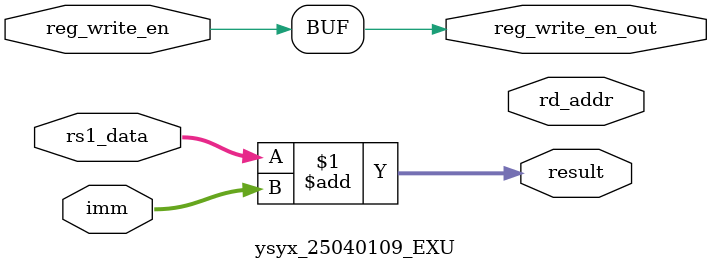
<source format=v>
module ysyx_25040109_EXU(
    input [31:0] rs1_data,
    input [31:0] imm,
    input reg_write_en,
    output [31:0] result,
    output [4:0] rd_addr,
    output reg_write_en_out 
);
    assign result = rs1_data + imm;
    assign rd_addr=rd_addr;
    assign reg_write_en_out=reg_write_en;


endmodule
</source>
